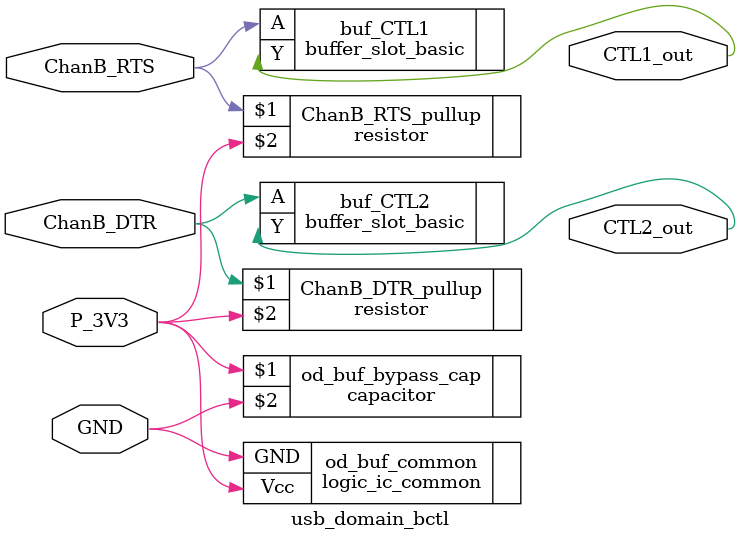
<source format=v>
/*
 * This module encapsulates the USB domain circuit for boot control.
 */

module usb_domain_bctl (GND, P_3V3, ChanB_RTS, ChanB_DTR, CTL1_out, CTL2_out);

input GND, P_3V3;
input ChanB_RTS, ChanB_DTR;
output CTL1_out, CTL2_out;

/* pull-up resistors on FT2232D outputs */

resistor ChanB_RTS_pullup (ChanB_RTS, P_3V3);
resistor ChanB_DTR_pullup (ChanB_DTR, P_3V3);

/* open drain buffers */

logic_ic_common od_buf_common ( .Vcc(P_3V3),
				.GND(GND)
	);

capacitor od_buf_bypass_cap (P_3V3, GND);

buffer_slot_basic buf_CTL1 (.A(ChanB_RTS), .Y(CTL1_out));
buffer_slot_basic buf_CTL2 (.A(ChanB_DTR), .Y(CTL2_out));

endmodule

</source>
